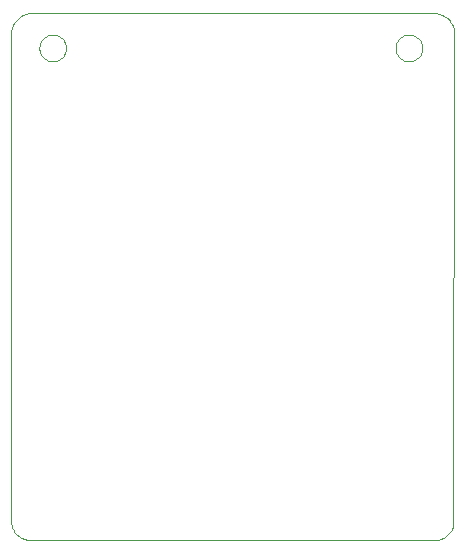
<source format=gko>
G75*
G70*
%OFA0B0*%
%FSLAX24Y24*%
%IPPOS*%
%LPD*%
%AMOC8*
5,1,8,0,0,1.08239X$1,22.5*
%
%ADD10C,0.0000*%
D10*
X000425Y001008D02*
X000425Y017199D01*
X000427Y017249D01*
X000433Y017299D01*
X000442Y017349D01*
X000455Y017397D01*
X000471Y017445D01*
X000492Y017491D01*
X000515Y017535D01*
X000542Y017578D01*
X000572Y017618D01*
X000604Y017656D01*
X000640Y017692D01*
X000678Y017724D01*
X000718Y017754D01*
X000761Y017781D01*
X000805Y017804D01*
X000851Y017825D01*
X000899Y017841D01*
X000947Y017854D01*
X000997Y017863D01*
X001047Y017869D01*
X001097Y017871D01*
X014562Y017871D01*
X014563Y017870D02*
X014612Y017864D01*
X014661Y017855D01*
X014709Y017842D01*
X014756Y017825D01*
X014802Y017805D01*
X014846Y017782D01*
X014889Y017756D01*
X014929Y017727D01*
X014968Y017695D01*
X015004Y017661D01*
X015037Y017624D01*
X015068Y017584D01*
X015096Y017543D01*
X015121Y017500D01*
X015142Y017455D01*
X015161Y017408D01*
X015176Y017361D01*
X015187Y017312D01*
X015195Y017263D01*
X015200Y017213D01*
X015201Y017163D01*
X015198Y017113D01*
X015166Y000921D01*
X015165Y000921D02*
X015164Y000874D01*
X015159Y000827D01*
X015150Y000781D01*
X015138Y000736D01*
X015123Y000692D01*
X015103Y000649D01*
X015081Y000608D01*
X015056Y000568D01*
X015027Y000531D01*
X014996Y000496D01*
X014962Y000464D01*
X014925Y000435D01*
X014887Y000408D01*
X014846Y000385D01*
X014804Y000365D01*
X014760Y000348D01*
X014715Y000334D01*
X014669Y000325D01*
X014623Y000319D01*
X014576Y000316D01*
X000989Y000316D01*
X000940Y000323D01*
X000892Y000334D01*
X000844Y000348D01*
X000798Y000367D01*
X000754Y000388D01*
X000711Y000414D01*
X000671Y000442D01*
X000632Y000474D01*
X000597Y000508D01*
X000564Y000545D01*
X000534Y000585D01*
X000508Y000627D01*
X000484Y000670D01*
X000465Y000716D01*
X000449Y000763D01*
X000436Y000811D01*
X000428Y000859D01*
X000423Y000909D01*
X000422Y000958D01*
X000425Y001008D01*
X001362Y016709D02*
X001364Y016751D01*
X001370Y016792D01*
X001379Y016833D01*
X001393Y016872D01*
X001410Y016910D01*
X001431Y016946D01*
X001454Y016981D01*
X001481Y017012D01*
X001511Y017042D01*
X001544Y017068D01*
X001579Y017091D01*
X001615Y017111D01*
X001654Y017127D01*
X001694Y017139D01*
X001734Y017148D01*
X001776Y017153D01*
X001817Y017154D01*
X001859Y017151D01*
X001900Y017144D01*
X001941Y017133D01*
X001980Y017119D01*
X002017Y017101D01*
X002053Y017080D01*
X002087Y017055D01*
X002118Y017027D01*
X002146Y016997D01*
X002172Y016964D01*
X002194Y016928D01*
X002213Y016891D01*
X002228Y016852D01*
X002240Y016812D01*
X002248Y016771D01*
X002252Y016730D01*
X002252Y016688D01*
X002248Y016647D01*
X002240Y016606D01*
X002228Y016566D01*
X002213Y016527D01*
X002194Y016490D01*
X002172Y016454D01*
X002146Y016421D01*
X002118Y016391D01*
X002087Y016363D01*
X002053Y016338D01*
X002017Y016317D01*
X001980Y016299D01*
X001941Y016285D01*
X001900Y016274D01*
X001859Y016267D01*
X001817Y016264D01*
X001776Y016265D01*
X001734Y016270D01*
X001694Y016279D01*
X001654Y016291D01*
X001615Y016307D01*
X001579Y016327D01*
X001544Y016350D01*
X001511Y016376D01*
X001481Y016406D01*
X001454Y016437D01*
X001431Y016472D01*
X001410Y016508D01*
X001393Y016546D01*
X001379Y016585D01*
X001370Y016626D01*
X001364Y016667D01*
X001362Y016709D01*
X013237Y016709D02*
X013239Y016751D01*
X013245Y016792D01*
X013254Y016833D01*
X013268Y016872D01*
X013285Y016910D01*
X013306Y016946D01*
X013329Y016981D01*
X013356Y017012D01*
X013386Y017042D01*
X013419Y017068D01*
X013454Y017091D01*
X013490Y017111D01*
X013529Y017127D01*
X013569Y017139D01*
X013609Y017148D01*
X013651Y017153D01*
X013692Y017154D01*
X013734Y017151D01*
X013775Y017144D01*
X013816Y017133D01*
X013855Y017119D01*
X013892Y017101D01*
X013928Y017080D01*
X013962Y017055D01*
X013993Y017027D01*
X014021Y016997D01*
X014047Y016964D01*
X014069Y016928D01*
X014088Y016891D01*
X014103Y016852D01*
X014115Y016812D01*
X014123Y016771D01*
X014127Y016730D01*
X014127Y016688D01*
X014123Y016647D01*
X014115Y016606D01*
X014103Y016566D01*
X014088Y016527D01*
X014069Y016490D01*
X014047Y016454D01*
X014021Y016421D01*
X013993Y016391D01*
X013962Y016363D01*
X013928Y016338D01*
X013892Y016317D01*
X013855Y016299D01*
X013816Y016285D01*
X013775Y016274D01*
X013734Y016267D01*
X013692Y016264D01*
X013651Y016265D01*
X013609Y016270D01*
X013569Y016279D01*
X013529Y016291D01*
X013490Y016307D01*
X013454Y016327D01*
X013419Y016350D01*
X013386Y016376D01*
X013356Y016406D01*
X013329Y016437D01*
X013306Y016472D01*
X013285Y016508D01*
X013268Y016546D01*
X013254Y016585D01*
X013245Y016626D01*
X013239Y016667D01*
X013237Y016709D01*
M02*

</source>
